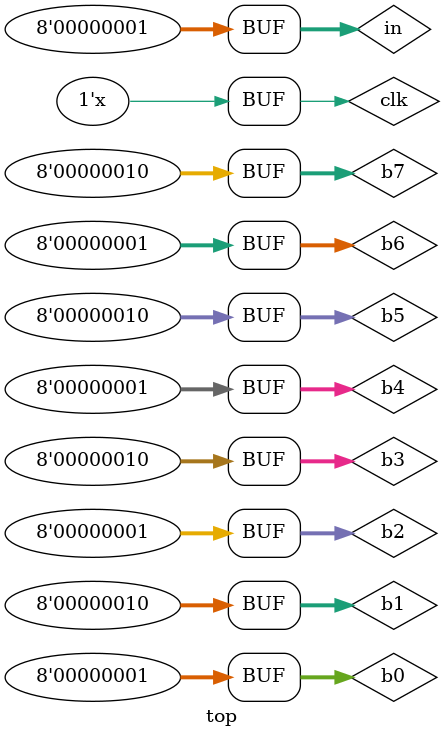
<source format=v>
module dflipflop(clk,in,out);
input[7:0] in;
input clk;
wire[7:0] in;
wire clk;
output[7:0] out;
reg[7:0] out;
always @(posedge clk)
		begin
		out <= in; 
		end
endmodule

/*module lookuptable(inp,outp);
reg look[7:0];
input[2:0] inp;
output outp;
reg outp;
wire[2:0] inp;
initial begin
look[0] = 1;look[1] = 0;look[2] = 1;look[3]=0;look[4] = 1;look[5]=0;look[6]=1;look[7]=0;
end
always @(inp)
		begin
outp <= look[inp];
end
endmodule*/

/*module mux8(select,in0,in1,in2,in3,in4,in5,in6,in7,out);
input in0,in1,in2,in3,in4,in5,in6,in7;
input [2:0]select;
wire in0,in1,in2,in3,in4,in5,in6,in7;
output out;
reg out;
always @(select or in0 or in1 or in2 or in3 or in4 or in5 or in6 or in7)
		begin
		case(select)
		0: out = in0;
		1: out = in1;
		2: out = in2;
		3: out = in3;
		4: out = in4;
		5: out = in5;
		6: out = in6;
		7: out = in7;
		endcase
		end
endmodule*/

module mult(inpu1,inpu2,outpu);
input[7:0] inpu1,inpu2;
output[7:0] outpu;
reg[7:0] outpu;
wire[7:0] inpu1,inpu2;
always @(inpu1 or inpu2)
		begin
			outpu <= inpu1 * inpu2;
		end
endmodule

module adder(i1,i2,sum);
input[7:0] i1,i2;
output[7:0] sum;
wire[7:0] i1,i2;
reg[7:0] sum;
always @(i1 or i2)
		begin 
		sum <= i1 + i2;
		end
endmodule

/*module control(in1,clk,ou);
input clk,in1;
output ou;
wire in1,clk;
wire w1,w2,w3,w4,w5,w6,w7,w8,o;
wire out;
reg ou;
reg [2:0]select;
dflipflop d1(clk,in1,w1);
dflipflop d2(clk,w1,w2);
dflipflop d3(clk,w2,w3);
dflipflop d4(clk,w3,w4);
dflipflop d5(clk,w4,w5);
dflipflop d6(clk,w5,w6);
dflipflop d7(clk,w6,w7);
dflipflop d8(clk,w7,w8);
mux8 mu1(select,w1,w2,w3,w4,w5,w6,w7,w8,out);
lookuptable l1(select,mu);
mult m(out,mu,mul);
adder a1(mul,o,o);
initial begin
select = 0;
$monitor($time," %d",out);
end
always @(*)
		begin
#1 select <= (select+1)%8;
		end
always @(*)
		begin
		ou <= o;
		end
endmodule*/

module top;

reg clk;
reg[7:0] in;
reg[7:0] b0,b1,b2,b3,b4,b5,b6,b7;
wire[7:0] x0,x1,x2,x3,x4,x5,x6,x7;
wire[7:0] y0,y1,y2,y3,y4,y5,y6;
wire[7:0] a0,a1,a2,a3,a4,a5;
wire[7:0] ans;

mult m0(in,b0,x0);
mult m1(in,b1,x1);
mult m2(in,b2,x2);
mult m3(in,b3,x3);
mult m4(in,b4,x4);
mult m5(in,b5,x5);
mult m6(in,b6,x6);
mult m7(in,b7,x7);
adder q0(y0,x1,a0);
adder q1(y1,x2,a1);
adder q2(y2,x3,a2);
adder q3(y3,x4,a3);
adder q4(y4,x5,a4);
adder q5(y5,x6,a5);
adder q6(y6,x7,ans);
dflipflop d0(clk,x0,y0);
dflipflop d1(clk,a0,y1);
dflipflop d2(clk,a1,y2);
dflipflop d3(clk,a2,y3);
dflipflop d4(clk,a3,y4);
dflipflop d5(clk,a4,y5);
dflipflop d6(clk,a5,y6);

always @(*)
		begin
#5 clk<= ~clk;
		end

initial begin
$monitor($time,"%d",ans);
b0 = 1;b1=2;b2 = 1;b3=2;b4=1;b5=2;b6=1;b7=2;
clk = 0;
#5 in <= 1;
#10 in <= 0;
#10 in <= 1;
#10 in <= 0;
#10 in <= 1;
#10 in <= 0;
#10 in <= 1;
#10 in <= 1;
end

endmodule

</source>
